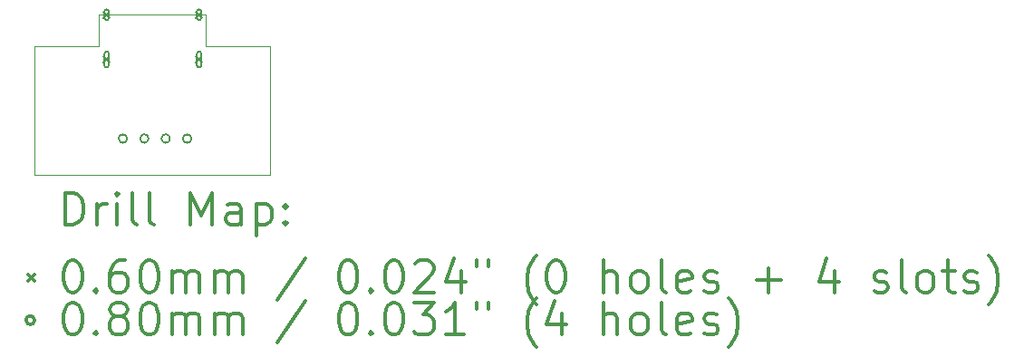
<source format=gbr>
%FSLAX45Y45*%
G04 Gerber Fmt 4.5, Leading zero omitted, Abs format (unit mm)*
G04 Created by KiCad (PCBNEW 5.1.5+dfsg1-2build2) date 2022-10-02 22:42:40*
%MOMM*%
%LPD*%
G04 APERTURE LIST*
%TA.AperFunction,Profile*%
%ADD10C,0.050000*%
%TD*%
%ADD11C,0.200000*%
%ADD12C,0.300000*%
G04 APERTURE END LIST*
D10*
X11600000Y-5300000D02*
X11600000Y-6500000D01*
X11000000Y-5000000D02*
X11000000Y-5300000D01*
X10000000Y-5000000D02*
X11000000Y-5000000D01*
X10000000Y-5000000D02*
X10000000Y-5300000D01*
X11600000Y-6500000D02*
X9400000Y-6500000D01*
X9400000Y-5300000D02*
X9400000Y-6500000D01*
X10000000Y-5300000D02*
X9400000Y-5300000D01*
X11000000Y-5300000D02*
X11600000Y-5300000D01*
D11*
X10041000Y-4975000D02*
X10101000Y-5035000D01*
X10101000Y-4975000D02*
X10041000Y-5035000D01*
X10091000Y-5035000D02*
X10091000Y-4975000D01*
X10051000Y-5035000D02*
X10051000Y-4975000D01*
X10091000Y-4975000D02*
G75*
G03X10051000Y-4975000I-20000J0D01*
G01*
X10051000Y-5035000D02*
G75*
G03X10091000Y-5035000I20000J0D01*
G01*
X10041000Y-5393000D02*
X10101000Y-5453000D01*
X10101000Y-5393000D02*
X10041000Y-5453000D01*
X10091000Y-5478000D02*
X10091000Y-5368000D01*
X10051000Y-5478000D02*
X10051000Y-5368000D01*
X10091000Y-5368000D02*
G75*
G03X10051000Y-5368000I-20000J0D01*
G01*
X10051000Y-5478000D02*
G75*
G03X10091000Y-5478000I20000J0D01*
G01*
X10905000Y-4975000D02*
X10965000Y-5035000D01*
X10965000Y-4975000D02*
X10905000Y-5035000D01*
X10955000Y-5035000D02*
X10955000Y-4975000D01*
X10915000Y-5035000D02*
X10915000Y-4975000D01*
X10955000Y-4975000D02*
G75*
G03X10915000Y-4975000I-20000J0D01*
G01*
X10915000Y-5035000D02*
G75*
G03X10955000Y-5035000I20000J0D01*
G01*
X10905000Y-5393000D02*
X10965000Y-5453000D01*
X10965000Y-5393000D02*
X10905000Y-5453000D01*
X10955000Y-5478000D02*
X10955000Y-5368000D01*
X10915000Y-5478000D02*
X10915000Y-5368000D01*
X10955000Y-5368000D02*
G75*
G03X10915000Y-5368000I-20000J0D01*
G01*
X10915000Y-5478000D02*
G75*
G03X10955000Y-5478000I20000J0D01*
G01*
X10263000Y-6162000D02*
G75*
G03X10263000Y-6162000I-40000J0D01*
G01*
X10463000Y-6162000D02*
G75*
G03X10463000Y-6162000I-40000J0D01*
G01*
X10663000Y-6162000D02*
G75*
G03X10663000Y-6162000I-40000J0D01*
G01*
X10863000Y-6162000D02*
G75*
G03X10863000Y-6162000I-40000J0D01*
G01*
D12*
X9683928Y-6968214D02*
X9683928Y-6668214D01*
X9755357Y-6668214D01*
X9798214Y-6682500D01*
X9826786Y-6711071D01*
X9841071Y-6739643D01*
X9855357Y-6796786D01*
X9855357Y-6839643D01*
X9841071Y-6896786D01*
X9826786Y-6925357D01*
X9798214Y-6953929D01*
X9755357Y-6968214D01*
X9683928Y-6968214D01*
X9983928Y-6968214D02*
X9983928Y-6768214D01*
X9983928Y-6825357D02*
X9998214Y-6796786D01*
X10012500Y-6782500D01*
X10041071Y-6768214D01*
X10069643Y-6768214D01*
X10169643Y-6968214D02*
X10169643Y-6768214D01*
X10169643Y-6668214D02*
X10155357Y-6682500D01*
X10169643Y-6696786D01*
X10183928Y-6682500D01*
X10169643Y-6668214D01*
X10169643Y-6696786D01*
X10355357Y-6968214D02*
X10326786Y-6953929D01*
X10312500Y-6925357D01*
X10312500Y-6668214D01*
X10512500Y-6968214D02*
X10483928Y-6953929D01*
X10469643Y-6925357D01*
X10469643Y-6668214D01*
X10855357Y-6968214D02*
X10855357Y-6668214D01*
X10955357Y-6882500D01*
X11055357Y-6668214D01*
X11055357Y-6968214D01*
X11326786Y-6968214D02*
X11326786Y-6811071D01*
X11312500Y-6782500D01*
X11283928Y-6768214D01*
X11226786Y-6768214D01*
X11198214Y-6782500D01*
X11326786Y-6953929D02*
X11298214Y-6968214D01*
X11226786Y-6968214D01*
X11198214Y-6953929D01*
X11183928Y-6925357D01*
X11183928Y-6896786D01*
X11198214Y-6868214D01*
X11226786Y-6853929D01*
X11298214Y-6853929D01*
X11326786Y-6839643D01*
X11469643Y-6768214D02*
X11469643Y-7068214D01*
X11469643Y-6782500D02*
X11498214Y-6768214D01*
X11555357Y-6768214D01*
X11583928Y-6782500D01*
X11598214Y-6796786D01*
X11612500Y-6825357D01*
X11612500Y-6911071D01*
X11598214Y-6939643D01*
X11583928Y-6953929D01*
X11555357Y-6968214D01*
X11498214Y-6968214D01*
X11469643Y-6953929D01*
X11741071Y-6939643D02*
X11755357Y-6953929D01*
X11741071Y-6968214D01*
X11726786Y-6953929D01*
X11741071Y-6939643D01*
X11741071Y-6968214D01*
X11741071Y-6782500D02*
X11755357Y-6796786D01*
X11741071Y-6811071D01*
X11726786Y-6796786D01*
X11741071Y-6782500D01*
X11741071Y-6811071D01*
X9337500Y-7432500D02*
X9397500Y-7492500D01*
X9397500Y-7432500D02*
X9337500Y-7492500D01*
X9741071Y-7298214D02*
X9769643Y-7298214D01*
X9798214Y-7312500D01*
X9812500Y-7326786D01*
X9826786Y-7355357D01*
X9841071Y-7412500D01*
X9841071Y-7483929D01*
X9826786Y-7541071D01*
X9812500Y-7569643D01*
X9798214Y-7583929D01*
X9769643Y-7598214D01*
X9741071Y-7598214D01*
X9712500Y-7583929D01*
X9698214Y-7569643D01*
X9683928Y-7541071D01*
X9669643Y-7483929D01*
X9669643Y-7412500D01*
X9683928Y-7355357D01*
X9698214Y-7326786D01*
X9712500Y-7312500D01*
X9741071Y-7298214D01*
X9969643Y-7569643D02*
X9983928Y-7583929D01*
X9969643Y-7598214D01*
X9955357Y-7583929D01*
X9969643Y-7569643D01*
X9969643Y-7598214D01*
X10241071Y-7298214D02*
X10183928Y-7298214D01*
X10155357Y-7312500D01*
X10141071Y-7326786D01*
X10112500Y-7369643D01*
X10098214Y-7426786D01*
X10098214Y-7541071D01*
X10112500Y-7569643D01*
X10126786Y-7583929D01*
X10155357Y-7598214D01*
X10212500Y-7598214D01*
X10241071Y-7583929D01*
X10255357Y-7569643D01*
X10269643Y-7541071D01*
X10269643Y-7469643D01*
X10255357Y-7441071D01*
X10241071Y-7426786D01*
X10212500Y-7412500D01*
X10155357Y-7412500D01*
X10126786Y-7426786D01*
X10112500Y-7441071D01*
X10098214Y-7469643D01*
X10455357Y-7298214D02*
X10483928Y-7298214D01*
X10512500Y-7312500D01*
X10526786Y-7326786D01*
X10541071Y-7355357D01*
X10555357Y-7412500D01*
X10555357Y-7483929D01*
X10541071Y-7541071D01*
X10526786Y-7569643D01*
X10512500Y-7583929D01*
X10483928Y-7598214D01*
X10455357Y-7598214D01*
X10426786Y-7583929D01*
X10412500Y-7569643D01*
X10398214Y-7541071D01*
X10383928Y-7483929D01*
X10383928Y-7412500D01*
X10398214Y-7355357D01*
X10412500Y-7326786D01*
X10426786Y-7312500D01*
X10455357Y-7298214D01*
X10683928Y-7598214D02*
X10683928Y-7398214D01*
X10683928Y-7426786D02*
X10698214Y-7412500D01*
X10726786Y-7398214D01*
X10769643Y-7398214D01*
X10798214Y-7412500D01*
X10812500Y-7441071D01*
X10812500Y-7598214D01*
X10812500Y-7441071D02*
X10826786Y-7412500D01*
X10855357Y-7398214D01*
X10898214Y-7398214D01*
X10926786Y-7412500D01*
X10941071Y-7441071D01*
X10941071Y-7598214D01*
X11083928Y-7598214D02*
X11083928Y-7398214D01*
X11083928Y-7426786D02*
X11098214Y-7412500D01*
X11126786Y-7398214D01*
X11169643Y-7398214D01*
X11198214Y-7412500D01*
X11212500Y-7441071D01*
X11212500Y-7598214D01*
X11212500Y-7441071D02*
X11226786Y-7412500D01*
X11255357Y-7398214D01*
X11298214Y-7398214D01*
X11326786Y-7412500D01*
X11341071Y-7441071D01*
X11341071Y-7598214D01*
X11926786Y-7283929D02*
X11669643Y-7669643D01*
X12312500Y-7298214D02*
X12341071Y-7298214D01*
X12369643Y-7312500D01*
X12383928Y-7326786D01*
X12398214Y-7355357D01*
X12412500Y-7412500D01*
X12412500Y-7483929D01*
X12398214Y-7541071D01*
X12383928Y-7569643D01*
X12369643Y-7583929D01*
X12341071Y-7598214D01*
X12312500Y-7598214D01*
X12283928Y-7583929D01*
X12269643Y-7569643D01*
X12255357Y-7541071D01*
X12241071Y-7483929D01*
X12241071Y-7412500D01*
X12255357Y-7355357D01*
X12269643Y-7326786D01*
X12283928Y-7312500D01*
X12312500Y-7298214D01*
X12541071Y-7569643D02*
X12555357Y-7583929D01*
X12541071Y-7598214D01*
X12526786Y-7583929D01*
X12541071Y-7569643D01*
X12541071Y-7598214D01*
X12741071Y-7298214D02*
X12769643Y-7298214D01*
X12798214Y-7312500D01*
X12812500Y-7326786D01*
X12826786Y-7355357D01*
X12841071Y-7412500D01*
X12841071Y-7483929D01*
X12826786Y-7541071D01*
X12812500Y-7569643D01*
X12798214Y-7583929D01*
X12769643Y-7598214D01*
X12741071Y-7598214D01*
X12712500Y-7583929D01*
X12698214Y-7569643D01*
X12683928Y-7541071D01*
X12669643Y-7483929D01*
X12669643Y-7412500D01*
X12683928Y-7355357D01*
X12698214Y-7326786D01*
X12712500Y-7312500D01*
X12741071Y-7298214D01*
X12955357Y-7326786D02*
X12969643Y-7312500D01*
X12998214Y-7298214D01*
X13069643Y-7298214D01*
X13098214Y-7312500D01*
X13112500Y-7326786D01*
X13126786Y-7355357D01*
X13126786Y-7383929D01*
X13112500Y-7426786D01*
X12941071Y-7598214D01*
X13126786Y-7598214D01*
X13383928Y-7398214D02*
X13383928Y-7598214D01*
X13312500Y-7283929D02*
X13241071Y-7498214D01*
X13426786Y-7498214D01*
X13526786Y-7298214D02*
X13526786Y-7355357D01*
X13641071Y-7298214D02*
X13641071Y-7355357D01*
X14083928Y-7712500D02*
X14069643Y-7698214D01*
X14041071Y-7655357D01*
X14026786Y-7626786D01*
X14012500Y-7583929D01*
X13998214Y-7512500D01*
X13998214Y-7455357D01*
X14012500Y-7383929D01*
X14026786Y-7341071D01*
X14041071Y-7312500D01*
X14069643Y-7269643D01*
X14083928Y-7255357D01*
X14255357Y-7298214D02*
X14283928Y-7298214D01*
X14312500Y-7312500D01*
X14326786Y-7326786D01*
X14341071Y-7355357D01*
X14355357Y-7412500D01*
X14355357Y-7483929D01*
X14341071Y-7541071D01*
X14326786Y-7569643D01*
X14312500Y-7583929D01*
X14283928Y-7598214D01*
X14255357Y-7598214D01*
X14226786Y-7583929D01*
X14212500Y-7569643D01*
X14198214Y-7541071D01*
X14183928Y-7483929D01*
X14183928Y-7412500D01*
X14198214Y-7355357D01*
X14212500Y-7326786D01*
X14226786Y-7312500D01*
X14255357Y-7298214D01*
X14712500Y-7598214D02*
X14712500Y-7298214D01*
X14841071Y-7598214D02*
X14841071Y-7441071D01*
X14826786Y-7412500D01*
X14798214Y-7398214D01*
X14755357Y-7398214D01*
X14726786Y-7412500D01*
X14712500Y-7426786D01*
X15026786Y-7598214D02*
X14998214Y-7583929D01*
X14983928Y-7569643D01*
X14969643Y-7541071D01*
X14969643Y-7455357D01*
X14983928Y-7426786D01*
X14998214Y-7412500D01*
X15026786Y-7398214D01*
X15069643Y-7398214D01*
X15098214Y-7412500D01*
X15112500Y-7426786D01*
X15126786Y-7455357D01*
X15126786Y-7541071D01*
X15112500Y-7569643D01*
X15098214Y-7583929D01*
X15069643Y-7598214D01*
X15026786Y-7598214D01*
X15298214Y-7598214D02*
X15269643Y-7583929D01*
X15255357Y-7555357D01*
X15255357Y-7298214D01*
X15526786Y-7583929D02*
X15498214Y-7598214D01*
X15441071Y-7598214D01*
X15412500Y-7583929D01*
X15398214Y-7555357D01*
X15398214Y-7441071D01*
X15412500Y-7412500D01*
X15441071Y-7398214D01*
X15498214Y-7398214D01*
X15526786Y-7412500D01*
X15541071Y-7441071D01*
X15541071Y-7469643D01*
X15398214Y-7498214D01*
X15655357Y-7583929D02*
X15683928Y-7598214D01*
X15741071Y-7598214D01*
X15769643Y-7583929D01*
X15783928Y-7555357D01*
X15783928Y-7541071D01*
X15769643Y-7512500D01*
X15741071Y-7498214D01*
X15698214Y-7498214D01*
X15669643Y-7483929D01*
X15655357Y-7455357D01*
X15655357Y-7441071D01*
X15669643Y-7412500D01*
X15698214Y-7398214D01*
X15741071Y-7398214D01*
X15769643Y-7412500D01*
X16141071Y-7483929D02*
X16369643Y-7483929D01*
X16255357Y-7598214D02*
X16255357Y-7369643D01*
X16869643Y-7398214D02*
X16869643Y-7598214D01*
X16798214Y-7283929D02*
X16726786Y-7498214D01*
X16912500Y-7498214D01*
X17241071Y-7583929D02*
X17269643Y-7598214D01*
X17326786Y-7598214D01*
X17355357Y-7583929D01*
X17369643Y-7555357D01*
X17369643Y-7541071D01*
X17355357Y-7512500D01*
X17326786Y-7498214D01*
X17283928Y-7498214D01*
X17255357Y-7483929D01*
X17241071Y-7455357D01*
X17241071Y-7441071D01*
X17255357Y-7412500D01*
X17283928Y-7398214D01*
X17326786Y-7398214D01*
X17355357Y-7412500D01*
X17541071Y-7598214D02*
X17512500Y-7583929D01*
X17498214Y-7555357D01*
X17498214Y-7298214D01*
X17698214Y-7598214D02*
X17669643Y-7583929D01*
X17655357Y-7569643D01*
X17641071Y-7541071D01*
X17641071Y-7455357D01*
X17655357Y-7426786D01*
X17669643Y-7412500D01*
X17698214Y-7398214D01*
X17741071Y-7398214D01*
X17769643Y-7412500D01*
X17783928Y-7426786D01*
X17798214Y-7455357D01*
X17798214Y-7541071D01*
X17783928Y-7569643D01*
X17769643Y-7583929D01*
X17741071Y-7598214D01*
X17698214Y-7598214D01*
X17883928Y-7398214D02*
X17998214Y-7398214D01*
X17926786Y-7298214D02*
X17926786Y-7555357D01*
X17941071Y-7583929D01*
X17969643Y-7598214D01*
X17998214Y-7598214D01*
X18083928Y-7583929D02*
X18112500Y-7598214D01*
X18169643Y-7598214D01*
X18198214Y-7583929D01*
X18212500Y-7555357D01*
X18212500Y-7541071D01*
X18198214Y-7512500D01*
X18169643Y-7498214D01*
X18126786Y-7498214D01*
X18098214Y-7483929D01*
X18083928Y-7455357D01*
X18083928Y-7441071D01*
X18098214Y-7412500D01*
X18126786Y-7398214D01*
X18169643Y-7398214D01*
X18198214Y-7412500D01*
X18312500Y-7712500D02*
X18326786Y-7698214D01*
X18355357Y-7655357D01*
X18369643Y-7626786D01*
X18383928Y-7583929D01*
X18398214Y-7512500D01*
X18398214Y-7455357D01*
X18383928Y-7383929D01*
X18369643Y-7341071D01*
X18355357Y-7312500D01*
X18326786Y-7269643D01*
X18312500Y-7255357D01*
X9397500Y-7858500D02*
G75*
G03X9397500Y-7858500I-40000J0D01*
G01*
X9741071Y-7694214D02*
X9769643Y-7694214D01*
X9798214Y-7708500D01*
X9812500Y-7722786D01*
X9826786Y-7751357D01*
X9841071Y-7808500D01*
X9841071Y-7879929D01*
X9826786Y-7937071D01*
X9812500Y-7965643D01*
X9798214Y-7979929D01*
X9769643Y-7994214D01*
X9741071Y-7994214D01*
X9712500Y-7979929D01*
X9698214Y-7965643D01*
X9683928Y-7937071D01*
X9669643Y-7879929D01*
X9669643Y-7808500D01*
X9683928Y-7751357D01*
X9698214Y-7722786D01*
X9712500Y-7708500D01*
X9741071Y-7694214D01*
X9969643Y-7965643D02*
X9983928Y-7979929D01*
X9969643Y-7994214D01*
X9955357Y-7979929D01*
X9969643Y-7965643D01*
X9969643Y-7994214D01*
X10155357Y-7822786D02*
X10126786Y-7808500D01*
X10112500Y-7794214D01*
X10098214Y-7765643D01*
X10098214Y-7751357D01*
X10112500Y-7722786D01*
X10126786Y-7708500D01*
X10155357Y-7694214D01*
X10212500Y-7694214D01*
X10241071Y-7708500D01*
X10255357Y-7722786D01*
X10269643Y-7751357D01*
X10269643Y-7765643D01*
X10255357Y-7794214D01*
X10241071Y-7808500D01*
X10212500Y-7822786D01*
X10155357Y-7822786D01*
X10126786Y-7837071D01*
X10112500Y-7851357D01*
X10098214Y-7879929D01*
X10098214Y-7937071D01*
X10112500Y-7965643D01*
X10126786Y-7979929D01*
X10155357Y-7994214D01*
X10212500Y-7994214D01*
X10241071Y-7979929D01*
X10255357Y-7965643D01*
X10269643Y-7937071D01*
X10269643Y-7879929D01*
X10255357Y-7851357D01*
X10241071Y-7837071D01*
X10212500Y-7822786D01*
X10455357Y-7694214D02*
X10483928Y-7694214D01*
X10512500Y-7708500D01*
X10526786Y-7722786D01*
X10541071Y-7751357D01*
X10555357Y-7808500D01*
X10555357Y-7879929D01*
X10541071Y-7937071D01*
X10526786Y-7965643D01*
X10512500Y-7979929D01*
X10483928Y-7994214D01*
X10455357Y-7994214D01*
X10426786Y-7979929D01*
X10412500Y-7965643D01*
X10398214Y-7937071D01*
X10383928Y-7879929D01*
X10383928Y-7808500D01*
X10398214Y-7751357D01*
X10412500Y-7722786D01*
X10426786Y-7708500D01*
X10455357Y-7694214D01*
X10683928Y-7994214D02*
X10683928Y-7794214D01*
X10683928Y-7822786D02*
X10698214Y-7808500D01*
X10726786Y-7794214D01*
X10769643Y-7794214D01*
X10798214Y-7808500D01*
X10812500Y-7837071D01*
X10812500Y-7994214D01*
X10812500Y-7837071D02*
X10826786Y-7808500D01*
X10855357Y-7794214D01*
X10898214Y-7794214D01*
X10926786Y-7808500D01*
X10941071Y-7837071D01*
X10941071Y-7994214D01*
X11083928Y-7994214D02*
X11083928Y-7794214D01*
X11083928Y-7822786D02*
X11098214Y-7808500D01*
X11126786Y-7794214D01*
X11169643Y-7794214D01*
X11198214Y-7808500D01*
X11212500Y-7837071D01*
X11212500Y-7994214D01*
X11212500Y-7837071D02*
X11226786Y-7808500D01*
X11255357Y-7794214D01*
X11298214Y-7794214D01*
X11326786Y-7808500D01*
X11341071Y-7837071D01*
X11341071Y-7994214D01*
X11926786Y-7679929D02*
X11669643Y-8065643D01*
X12312500Y-7694214D02*
X12341071Y-7694214D01*
X12369643Y-7708500D01*
X12383928Y-7722786D01*
X12398214Y-7751357D01*
X12412500Y-7808500D01*
X12412500Y-7879929D01*
X12398214Y-7937071D01*
X12383928Y-7965643D01*
X12369643Y-7979929D01*
X12341071Y-7994214D01*
X12312500Y-7994214D01*
X12283928Y-7979929D01*
X12269643Y-7965643D01*
X12255357Y-7937071D01*
X12241071Y-7879929D01*
X12241071Y-7808500D01*
X12255357Y-7751357D01*
X12269643Y-7722786D01*
X12283928Y-7708500D01*
X12312500Y-7694214D01*
X12541071Y-7965643D02*
X12555357Y-7979929D01*
X12541071Y-7994214D01*
X12526786Y-7979929D01*
X12541071Y-7965643D01*
X12541071Y-7994214D01*
X12741071Y-7694214D02*
X12769643Y-7694214D01*
X12798214Y-7708500D01*
X12812500Y-7722786D01*
X12826786Y-7751357D01*
X12841071Y-7808500D01*
X12841071Y-7879929D01*
X12826786Y-7937071D01*
X12812500Y-7965643D01*
X12798214Y-7979929D01*
X12769643Y-7994214D01*
X12741071Y-7994214D01*
X12712500Y-7979929D01*
X12698214Y-7965643D01*
X12683928Y-7937071D01*
X12669643Y-7879929D01*
X12669643Y-7808500D01*
X12683928Y-7751357D01*
X12698214Y-7722786D01*
X12712500Y-7708500D01*
X12741071Y-7694214D01*
X12941071Y-7694214D02*
X13126786Y-7694214D01*
X13026786Y-7808500D01*
X13069643Y-7808500D01*
X13098214Y-7822786D01*
X13112500Y-7837071D01*
X13126786Y-7865643D01*
X13126786Y-7937071D01*
X13112500Y-7965643D01*
X13098214Y-7979929D01*
X13069643Y-7994214D01*
X12983928Y-7994214D01*
X12955357Y-7979929D01*
X12941071Y-7965643D01*
X13412500Y-7994214D02*
X13241071Y-7994214D01*
X13326786Y-7994214D02*
X13326786Y-7694214D01*
X13298214Y-7737071D01*
X13269643Y-7765643D01*
X13241071Y-7779929D01*
X13526786Y-7694214D02*
X13526786Y-7751357D01*
X13641071Y-7694214D02*
X13641071Y-7751357D01*
X14083928Y-8108500D02*
X14069643Y-8094214D01*
X14041071Y-8051357D01*
X14026786Y-8022786D01*
X14012500Y-7979929D01*
X13998214Y-7908500D01*
X13998214Y-7851357D01*
X14012500Y-7779929D01*
X14026786Y-7737071D01*
X14041071Y-7708500D01*
X14069643Y-7665643D01*
X14083928Y-7651357D01*
X14326786Y-7794214D02*
X14326786Y-7994214D01*
X14255357Y-7679929D02*
X14183928Y-7894214D01*
X14369643Y-7894214D01*
X14712500Y-7994214D02*
X14712500Y-7694214D01*
X14841071Y-7994214D02*
X14841071Y-7837071D01*
X14826786Y-7808500D01*
X14798214Y-7794214D01*
X14755357Y-7794214D01*
X14726786Y-7808500D01*
X14712500Y-7822786D01*
X15026786Y-7994214D02*
X14998214Y-7979929D01*
X14983928Y-7965643D01*
X14969643Y-7937071D01*
X14969643Y-7851357D01*
X14983928Y-7822786D01*
X14998214Y-7808500D01*
X15026786Y-7794214D01*
X15069643Y-7794214D01*
X15098214Y-7808500D01*
X15112500Y-7822786D01*
X15126786Y-7851357D01*
X15126786Y-7937071D01*
X15112500Y-7965643D01*
X15098214Y-7979929D01*
X15069643Y-7994214D01*
X15026786Y-7994214D01*
X15298214Y-7994214D02*
X15269643Y-7979929D01*
X15255357Y-7951357D01*
X15255357Y-7694214D01*
X15526786Y-7979929D02*
X15498214Y-7994214D01*
X15441071Y-7994214D01*
X15412500Y-7979929D01*
X15398214Y-7951357D01*
X15398214Y-7837071D01*
X15412500Y-7808500D01*
X15441071Y-7794214D01*
X15498214Y-7794214D01*
X15526786Y-7808500D01*
X15541071Y-7837071D01*
X15541071Y-7865643D01*
X15398214Y-7894214D01*
X15655357Y-7979929D02*
X15683928Y-7994214D01*
X15741071Y-7994214D01*
X15769643Y-7979929D01*
X15783928Y-7951357D01*
X15783928Y-7937071D01*
X15769643Y-7908500D01*
X15741071Y-7894214D01*
X15698214Y-7894214D01*
X15669643Y-7879929D01*
X15655357Y-7851357D01*
X15655357Y-7837071D01*
X15669643Y-7808500D01*
X15698214Y-7794214D01*
X15741071Y-7794214D01*
X15769643Y-7808500D01*
X15883928Y-8108500D02*
X15898214Y-8094214D01*
X15926786Y-8051357D01*
X15941071Y-8022786D01*
X15955357Y-7979929D01*
X15969643Y-7908500D01*
X15969643Y-7851357D01*
X15955357Y-7779929D01*
X15941071Y-7737071D01*
X15926786Y-7708500D01*
X15898214Y-7665643D01*
X15883928Y-7651357D01*
M02*

</source>
